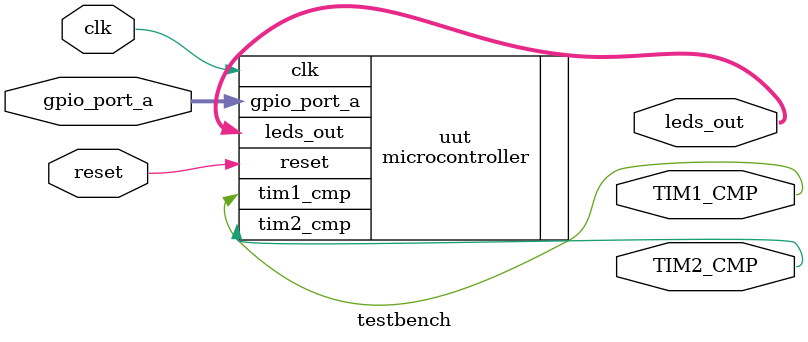
<source format=v>
`timescale 1ns / 1ns

module testbench(
    input clk,
    input reset,
    output [7:0] leds_out,
    output TIM1_CMP,
	output TIM2_CMP,
    inout [15:0] gpio_port_a
    
`ifdef FEATURE_DBG_PORT
    ,  
    input uart_rx,
    output uart_tx
`endif
);

microcontroller uut(
    .clk(clk),
    .reset(reset),
    .leds_out(leds_out),
    .tim1_cmp(TIM1_CMP),
	.tim2_cmp(TIM2_CMP),
    .gpio_port_a(gpio_port_a)
    
`ifdef FEATURE_DBG_PORT
    ,
    .uart_rx(uart_rx),
    .uart_tx(uart_tx)
`endif
);


endmodule

</source>
